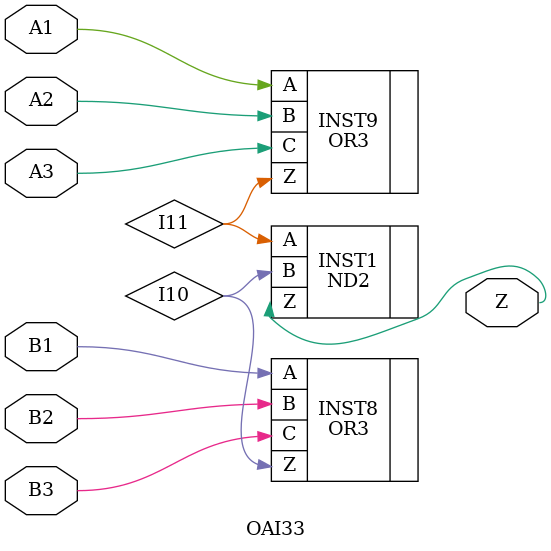
<source format=v>
`timescale 1 ns / 100 ps

/* Created by DB2VERILOG Version 1.2.0.2 on Fri Aug  5 11:15:30 1994 */
/* module compiled from "lsl2db 4.0.3" run */

module OAI33 (A1, A2, A3, B1, B2, B3, Z);
input  A1, A2, A3, B1, B2, B3;
output Z;
ND2 INST1 (.A(I11), .B(I10), .Z(Z));
OR3 INST8 (.A(B1), .B(B2), .C(B3), .Z(I10));
OR3 INST9 (.A(A1), .B(A2), .C(A3), .Z(I11));

endmodule


</source>
